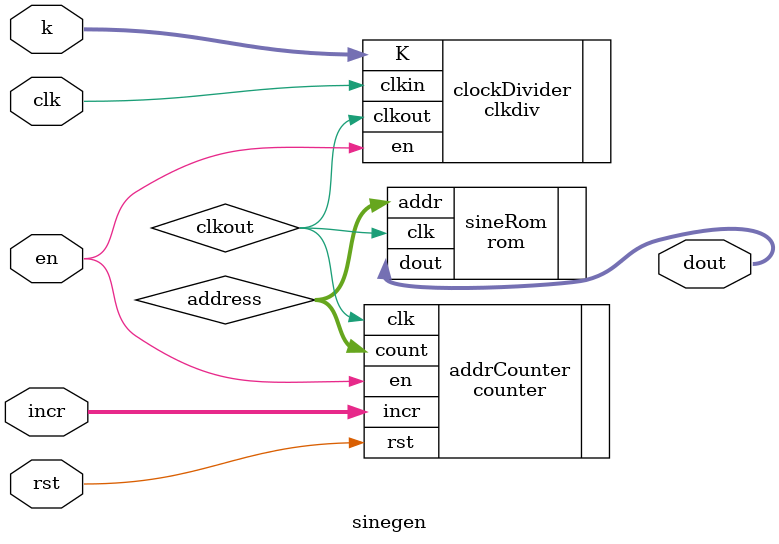
<source format=sv>
module sinegen #(
    parameter A_WIDTH = 8,
    parameter D_WIDTH = 8
)(
    // interface signals
    input logic             clk,    // clock
    input logic             rst,    // reset
    input logic             en,     // enable
    input logic [D_WIDTH-1:0] incr, // increment for addr counter
    input logic [A_WIDTH-1:0]     k,
    output logic [D_WIDTH-1:0] dout
);

    logic [A_WIDTH-1:0]     address;    // interconnect wire


counter addrCounter (
    .clk    (clkout),
    .rst    (rst),
    .en     (en),
    .incr   (incr),
    .count  (address)
);

clkdiv clockDivider (
    .clkin      (clk),
    .en         (en),      // Enable clk divider when high
    .K          (k),      
    .clkout     (clkout)

);

rom sineRom (
    .clk    (clkout),
    .addr   (address),
    .dout   (dout)
);

endmodule

</source>
